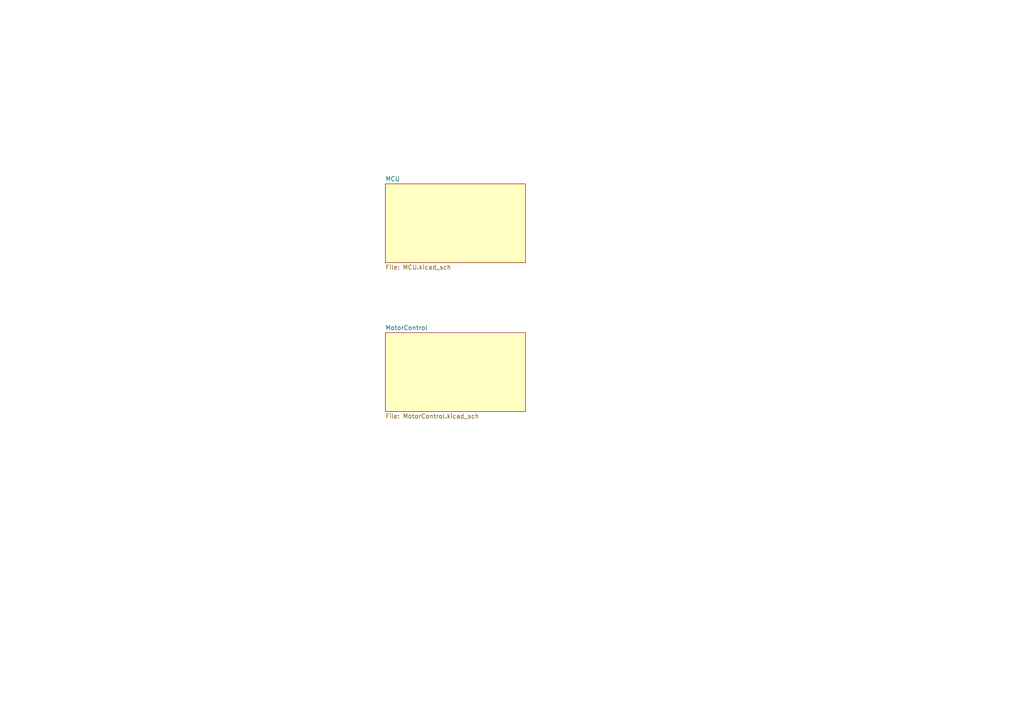
<source format=kicad_sch>
(kicad_sch (version 20211123) (generator eeschema)
  (paper "A4")
  (lib_symbols)
  (sheet (at 111.76 53.34) (size 40.64 22.86) (stroke (width 0.1524)) (fill (color 255 255 194 1.0000))
    (property "Sheet name" "MCU" (at 111.76 52.6284 0) (effects (justify left bottom)))
    (property "Sheet file" "MCU.kicad_sch" (at 111.76 76.7846 0) (effects (justify left top)))
  )
  (sheet (at 111.76 96.52) (size 40.64 22.86) (stroke (width 0.1524)) (fill (color 255 255 194 1.0000))
    (property "Sheet name" "MotorControl" (at 111.76 95.8084 0) (effects (justify left bottom)))
    (property "Sheet file" "MotorControl.kicad_sch" (at 111.76 119.9646 0) (effects (justify left top)))
  )
)
</source>
